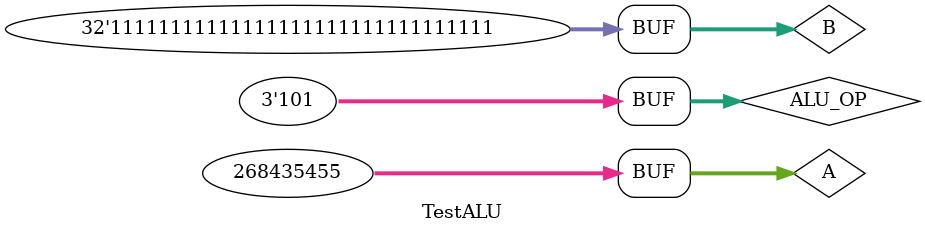
<source format=v>
`timescale 1ns / 1ps


module TestALU;

	// Inputs
	reg [2:0] ALU_OP;
	reg [31:0] A;
	reg [31:0] B;

	// Outputs
	wire ZF;
	wire OF;
	wire [31:0] F;

	// Instantiate the Unit Under Test (UUT)
	ALU uut (
		.ALU_OP(ALU_OP), 
		.A(A), 
		.B(B), 
		.ZF(ZF), 
		.OF(OF), 
		.F(F)
	);

	initial begin
		// Initialize Inputs
		ALU_OP = 3'b100;
		A = 32'hFFFF_FFFF;
		B = 32'hFFFF_FFFF;
		#100;
      
ALU_OP = 3'b101;
		A = 32'h0FFF_FFFF;
		B = 32'hFFFF_FFFF;
		#100;		
		// Add stimulus here

	end
      
endmodule


</source>
